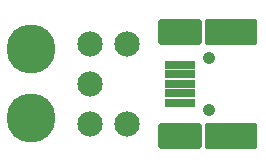
<source format=gts>
G04*
G04 #@! TF.GenerationSoftware,Altium Limited,Altium Designer,18.1.2 (67)*
G04*
G04 Layer_Color=8388736*
%FSLAX25Y25*%
%MOIN*%
G70*
G01*
G75*
G04:AMPARAMS|DCode=14|XSize=23.62mil|YSize=102.36mil|CornerRadius=2.46mil|HoleSize=0mil|Usage=FLASHONLY|Rotation=90.000|XOffset=0mil|YOffset=0mil|HoleType=Round|Shape=RoundedRectangle|*
%AMROUNDEDRECTD14*
21,1,0.02362,0.09744,0,0,90.0*
21,1,0.01870,0.10236,0,0,90.0*
1,1,0.00492,0.04872,0.00935*
1,1,0.00492,0.04872,-0.00935*
1,1,0.00492,-0.04872,-0.00935*
1,1,0.00492,-0.04872,0.00935*
%
%ADD14ROUNDEDRECTD14*%
G04:AMPARAMS|DCode=15|XSize=84.74mil|YSize=173.32mil|CornerRadius=4.97mil|HoleSize=0mil|Usage=FLASHONLY|Rotation=90.000|XOffset=0mil|YOffset=0mil|HoleType=Round|Shape=RoundedRectangle|*
%AMROUNDEDRECTD15*
21,1,0.08474,0.16339,0,0,90.0*
21,1,0.07480,0.17332,0,0,90.0*
1,1,0.00994,0.08169,0.03740*
1,1,0.00994,0.08169,-0.03740*
1,1,0.00994,-0.08169,-0.03740*
1,1,0.00994,-0.08169,0.03740*
%
%ADD15ROUNDEDRECTD15*%
G04:AMPARAMS|DCode=16|XSize=84.74mil|YSize=143.79mil|CornerRadius=4.97mil|HoleSize=0mil|Usage=FLASHONLY|Rotation=90.000|XOffset=0mil|YOffset=0mil|HoleType=Round|Shape=RoundedRectangle|*
%AMROUNDEDRECTD16*
21,1,0.08474,0.13386,0,0,90.0*
21,1,0.07480,0.14379,0,0,90.0*
1,1,0.00994,0.06693,0.03740*
1,1,0.00994,0.06693,-0.03740*
1,1,0.00994,-0.06693,-0.03740*
1,1,0.00994,-0.06693,0.03740*
%
%ADD16ROUNDEDRECTD16*%
%ADD17C,0.04143*%
%ADD18C,0.16348*%
%ADD19C,0.08474*%
D14*
X27165Y11024D02*
D03*
Y14173D02*
D03*
Y17323D02*
D03*
X27165Y20472D02*
D03*
Y23622D02*
D03*
D15*
X44291Y-0D02*
D03*
X44291Y34646D02*
D03*
D16*
X27165Y-0D02*
D03*
Y34646D02*
D03*
D17*
X37008Y8661D02*
D03*
Y25984D02*
D03*
D18*
X-22441Y28740D02*
D03*
Y5906D02*
D03*
D19*
X9449Y3937D02*
D03*
X-2874D02*
D03*
Y17323D02*
D03*
X9449Y30709D02*
D03*
X-2874D02*
D03*
M02*

</source>
